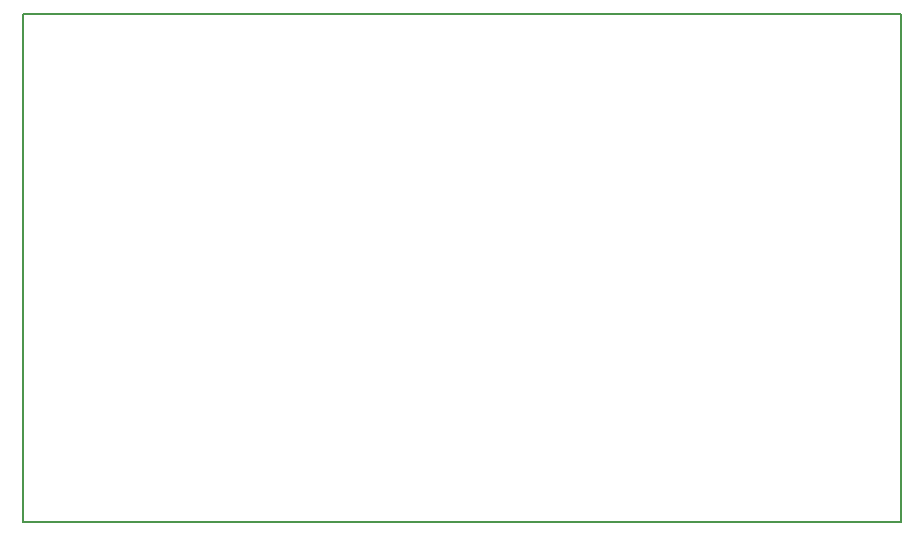
<source format=gbr>
%FSLAX34Y34*%
%MOMM*%
%LNOUTLINE*%
G71*
G01*
%ADD10C, 0.200*%
%LPD*%
G54D10*
X0Y0D02*
X742950Y0D01*
X742950Y-430212D01*
X0Y-430212D01*
X0Y0D01*
M02*

</source>
